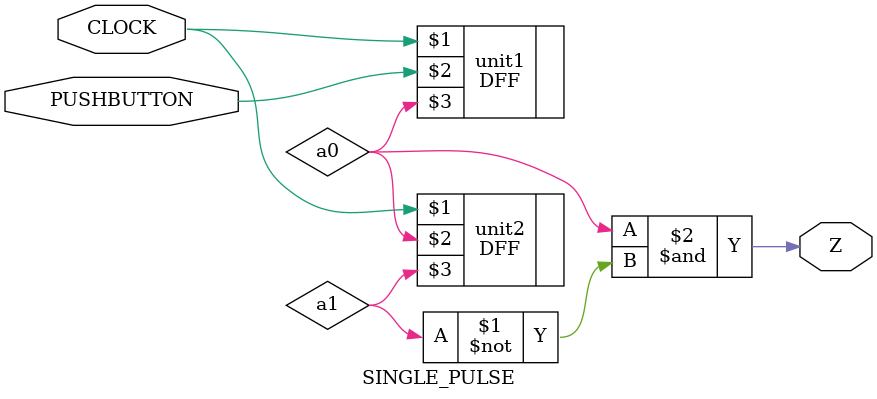
<source format=v>
`timescale 1ns / 1ps


module SINGLE_PULSE(
    input CLOCK,
    input PUSHBUTTON,
    output Z
    );
    
    wire a0,a1;
    DFF unit1(CLOCK, PUSHBUTTON, a0);
    DFF unit2(CLOCK, a0, a1);
    and u0(Z, a0, ~a1);
    
endmodule

</source>
